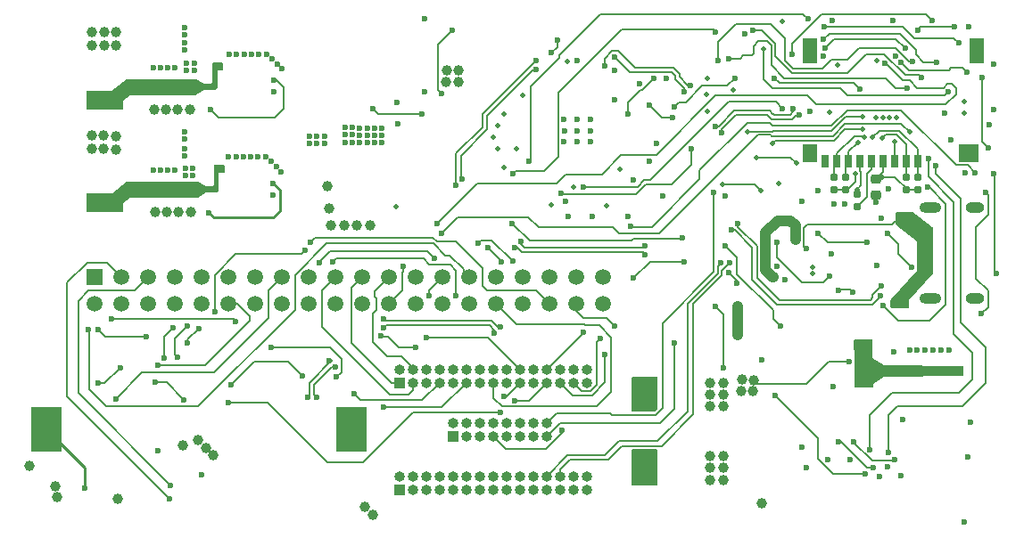
<source format=gbr>
%TF.GenerationSoftware,KiCad,Pcbnew,8.0.3*%
%TF.CreationDate,2024-07-04T12:22:57-04:00*%
%TF.ProjectId,vfd-tool,7666642d-746f-46f6-9c2e-6b696361645f,rev?*%
%TF.SameCoordinates,Original*%
%TF.FileFunction,Copper,L4,Bot*%
%TF.FilePolarity,Positive*%
%FSLAX46Y46*%
G04 Gerber Fmt 4.6, Leading zero omitted, Abs format (unit mm)*
G04 Created by KiCad (PCBNEW 8.0.3) date 2024-07-04 12:22:57*
%MOMM*%
%LPD*%
G01*
G04 APERTURE LIST*
G04 Aperture macros list*
%AMRoundRect*
0 Rectangle with rounded corners*
0 $1 Rounding radius*
0 $2 $3 $4 $5 $6 $7 $8 $9 X,Y pos of 4 corners*
0 Add a 4 corners polygon primitive as box body*
4,1,4,$2,$3,$4,$5,$6,$7,$8,$9,$2,$3,0*
0 Add four circle primitives for the rounded corners*
1,1,$1+$1,$2,$3*
1,1,$1+$1,$4,$5*
1,1,$1+$1,$6,$7*
1,1,$1+$1,$8,$9*
0 Add four rect primitives between the rounded corners*
20,1,$1+$1,$2,$3,$4,$5,0*
20,1,$1+$1,$4,$5,$6,$7,0*
20,1,$1+$1,$6,$7,$8,$9,0*
20,1,$1+$1,$8,$9,$2,$3,0*%
G04 Aperture macros list end*
%TA.AperFunction,ComponentPad*%
%ADD10R,1.000000X1.000000*%
%TD*%
%TA.AperFunction,ComponentPad*%
%ADD11O,1.000000X1.000000*%
%TD*%
%TA.AperFunction,ComponentPad*%
%ADD12O,2.100000X1.000000*%
%TD*%
%TA.AperFunction,ComponentPad*%
%ADD13O,1.800000X1.000000*%
%TD*%
%TA.AperFunction,SMDPad,CuDef*%
%ADD14RoundRect,0.225000X-0.250000X0.225000X-0.250000X-0.225000X0.250000X-0.225000X0.250000X0.225000X0*%
%TD*%
%TA.AperFunction,SMDPad,CuDef*%
%ADD15R,0.700000X1.300000*%
%TD*%
%TA.AperFunction,SMDPad,CuDef*%
%ADD16R,1.447800X1.651000*%
%TD*%
%TA.AperFunction,SMDPad,CuDef*%
%ADD17R,1.447800X2.438400*%
%TD*%
%TA.AperFunction,SMDPad,CuDef*%
%ADD18R,1.854200X1.651000*%
%TD*%
%TA.AperFunction,SMDPad,CuDef*%
%ADD19RoundRect,0.160000X0.160000X-0.197500X0.160000X0.197500X-0.160000X0.197500X-0.160000X-0.197500X0*%
%TD*%
%TA.AperFunction,ComponentPad*%
%ADD20R,1.508000X1.508000*%
%TD*%
%TA.AperFunction,ComponentPad*%
%ADD21C,1.508000*%
%TD*%
%TA.AperFunction,SMDPad,CuDef*%
%ADD22R,3.000000X4.200000*%
%TD*%
%TA.AperFunction,ViaPad*%
%ADD23C,0.600000*%
%TD*%
%TA.AperFunction,ViaPad*%
%ADD24C,1.000000*%
%TD*%
%TA.AperFunction,ViaPad*%
%ADD25C,0.500000*%
%TD*%
%TA.AperFunction,Conductor*%
%ADD26C,0.250000*%
%TD*%
%TA.AperFunction,Conductor*%
%ADD27C,0.175000*%
%TD*%
%TA.AperFunction,Conductor*%
%ADD28C,0.200000*%
%TD*%
%TA.AperFunction,Conductor*%
%ADD29C,1.000000*%
%TD*%
G04 APERTURE END LIST*
D10*
%TO.P,J7,1,Pin_1*%
%TO.N,MISO_INTER*%
X179273200Y-109220000D03*
D11*
%TO.P,J7,2,Pin_2*%
%TO.N,unconnected-(J7-Pin_2-Pad2)*%
X179273200Y-107950000D03*
%TO.P,J7,3,Pin_3*%
%TO.N,MOSI_INTER*%
X180543200Y-109220000D03*
%TO.P,J7,4,Pin_4*%
%TO.N,SCLK_INTER*%
X180543200Y-107950000D03*
%TO.P,J7,5,Pin_5*%
%TO.N,GND*%
X181813200Y-109220000D03*
%TO.P,J7,6,Pin_6*%
X181813200Y-107950000D03*
%TO.P,J7,7,Pin_7*%
%TO.N,RPI0_GPIO0*%
X183083200Y-109220000D03*
%TO.P,J7,8,Pin_8*%
%TO.N,RPI0_GPIO4*%
X183083200Y-107950000D03*
%TO.P,J7,9,Pin_9*%
%TO.N,RPI0_GPIO1*%
X184353200Y-109220000D03*
%TO.P,J7,10,Pin_10*%
%TO.N,RPI0_GPIO5*%
X184353200Y-107950000D03*
%TO.P,J7,11,Pin_11*%
%TO.N,RPI0_GPIO7*%
X185623200Y-109220000D03*
%TO.P,J7,12,Pin_12*%
%TO.N,RPI0_GPIO6*%
X185623200Y-107950000D03*
%TO.P,J7,13,Pin_13*%
%TO.N,GND*%
X186893200Y-109220000D03*
%TO.P,J7,14,Pin_14*%
X186893200Y-107950000D03*
%TO.P,J7,15,Pin_15*%
%TO.N,RPI0_GPIO12*%
X188163200Y-109220000D03*
%TO.P,J7,16,Pin_16*%
%TO.N,unconnected-(J7-Pin_16-Pad16)*%
X188163200Y-107950000D03*
%TO.P,J7,17,Pin_17*%
%TO.N,RPI0_GPIO13*%
X189433200Y-109220000D03*
%TO.P,J7,18,Pin_18*%
%TO.N,RPI0_GPIO15*%
X189433200Y-107950000D03*
%TO.P,J7,19,Pin_19*%
%TO.N,RPI0_GPIO14*%
X190703200Y-109220000D03*
%TO.P,J7,20,Pin_20*%
%TO.N,RPI0_GPIO17*%
X190703200Y-107950000D03*
%TO.P,J7,21,Pin_21*%
%TO.N,GND*%
X191973200Y-109220000D03*
%TO.P,J7,22,Pin_22*%
X191973200Y-107950000D03*
%TO.P,J7,23,Pin_23*%
%TO.N,RPI0_GPIO18*%
X193243200Y-109220000D03*
%TO.P,J7,24,Pin_24*%
%TO.N,RPI0_GPIO21*%
X193243200Y-107950000D03*
%TO.P,J7,25,Pin_25*%
%TO.N,RPI0_GPIO19*%
X194513200Y-109220000D03*
%TO.P,J7,26,Pin_26*%
%TO.N,GND*%
X194513200Y-107950000D03*
%TO.P,J7,27,Pin_27*%
%TO.N,RPI0_GPIO20*%
X195783200Y-109220000D03*
%TO.P,J7,28,Pin_28*%
%TO.N,GND*%
X195783200Y-107950000D03*
%TO.P,J7,29,Pin_29*%
X197053200Y-109220000D03*
%TO.P,J7,30,Pin_30*%
X197053200Y-107950000D03*
%TD*%
D10*
%TO.P,J8,1,Pin_1*%
%TO.N,GND*%
X184353200Y-114300000D03*
D11*
%TO.P,J8,2,Pin_2*%
X184353200Y-113030000D03*
%TO.P,J8,3,Pin_3*%
X185623200Y-114300000D03*
%TO.P,J8,4,Pin_4*%
X185623200Y-113030000D03*
%TO.P,J8,5,Pin_5*%
X186893200Y-114300000D03*
%TO.P,J8,6,Pin_6*%
X186893200Y-113030000D03*
%TO.P,J8,7,Pin_7*%
%TO.N,RP2040_GPIO11*%
X188163200Y-114300000D03*
%TO.P,J8,8,Pin_8*%
%TO.N,GND*%
X188163200Y-113030000D03*
%TO.P,J8,9,Pin_9*%
%TO.N,RP2040_GPIO10*%
X189433200Y-114300000D03*
%TO.P,J8,10,Pin_10*%
%TO.N,unconnected-(J8-Pin_10-Pad10)*%
X189433200Y-113030000D03*
%TO.P,J8,11,Pin_11*%
%TO.N,RP2040_GPIO12*%
X190703200Y-114300000D03*
%TO.P,J8,12,Pin_12*%
%TO.N,unconnected-(J8-Pin_12-Pad12)*%
X190703200Y-113030000D03*
%TO.P,J8,13,Pin_13*%
%TO.N,GND*%
X191973200Y-114300000D03*
%TO.P,J8,14,Pin_14*%
%TO.N,unconnected-(J8-Pin_14-Pad14)*%
X191973200Y-113030000D03*
%TO.P,J8,15,Pin_15*%
%TO.N,ONEWIRE_DETECT*%
X193243200Y-114300000D03*
%TO.P,J8,16,Pin_16*%
%TO.N,RP2040_GPIO29*%
X193243200Y-113030000D03*
%TD*%
D10*
%TO.P,J6,1,Pin_1*%
%TO.N,Net-(D7-A)*%
X179273200Y-119380000D03*
D11*
%TO.P,J6,2,Pin_2*%
X179273200Y-118110000D03*
%TO.P,J6,3,Pin_3*%
X180543200Y-119380000D03*
%TO.P,J6,4,Pin_4*%
X180543200Y-118110000D03*
%TO.P,J6,5,Pin_5*%
%TO.N,GND*%
X181813200Y-119380000D03*
%TO.P,J6,6,Pin_6*%
X181813200Y-118110000D03*
%TO.P,J6,7,Pin_7*%
%TO.N,3V3*%
X183083200Y-119380000D03*
%TO.P,J6,8,Pin_8*%
%TO.N,VBUS*%
X183083200Y-118110000D03*
%TO.P,J6,9,Pin_9*%
%TO.N,3V3*%
X184353200Y-119380000D03*
%TO.P,J6,10,Pin_10*%
%TO.N,VBUS*%
X184353200Y-118110000D03*
%TO.P,J6,11,Pin_11*%
%TO.N,5V*%
X185623200Y-119380000D03*
%TO.P,J6,12,Pin_12*%
%TO.N,VBUS*%
X185623200Y-118110000D03*
%TO.P,J6,13,Pin_13*%
%TO.N,5V*%
X186893200Y-119380000D03*
%TO.P,J6,14,Pin_14*%
%TO.N,GND*%
X186893200Y-118110000D03*
%TO.P,J6,15,Pin_15*%
X188163200Y-119380000D03*
%TO.P,J6,16,Pin_16*%
%TO.N,EXTRA_USB4_D+*%
X188163200Y-118110000D03*
%TO.P,J6,17,Pin_17*%
%TO.N,VBUS*%
X189433200Y-119380000D03*
%TO.P,J6,18,Pin_18*%
%TO.N,EXTRA_USB4_D-*%
X189433200Y-118110000D03*
%TO.P,J6,19,Pin_19*%
%TO.N,VBUS*%
X190703200Y-119380000D03*
%TO.P,J6,20,Pin_20*%
%TO.N,GND*%
X190703200Y-118110000D03*
%TO.P,J6,21,Pin_21*%
%TO.N,VBUS*%
X191973200Y-119380000D03*
%TO.P,J6,22,Pin_22*%
%TO.N,GND*%
X191973200Y-118110000D03*
%TO.P,J6,23,Pin_23*%
%TO.N,VCONN*%
X193243200Y-119380000D03*
%TO.P,J6,24,Pin_24*%
%TO.N,EXTRA_USB3_D+*%
X193243200Y-118110000D03*
%TO.P,J6,25,Pin_25*%
%TO.N,VCONN*%
X194513200Y-119380000D03*
%TO.P,J6,26,Pin_26*%
%TO.N,EXTRA_USB3_D-*%
X194513200Y-118110000D03*
%TO.P,J6,27,Pin_27*%
%TO.N,VCONN*%
X195783200Y-119380000D03*
%TO.P,J6,28,Pin_28*%
%TO.N,GND*%
X195783200Y-118110000D03*
%TO.P,J6,29,Pin_29*%
%TO.N,VCONN*%
X197053200Y-119380000D03*
%TO.P,J6,30,Pin_30*%
%TO.N,GND*%
X197053200Y-118110000D03*
%TD*%
D12*
%TO.P,J2,S1,SHIELD*%
%TO.N,GND*%
X229690400Y-101184500D03*
D13*
X233890400Y-101184500D03*
D12*
X229690400Y-92544500D03*
D13*
X233890400Y-92544500D03*
%TD*%
D14*
%TO.P,C30,1*%
%TO.N,3V3*%
X224485200Y-89852200D03*
%TO.P,C30,2*%
%TO.N,GND*%
X224485200Y-91402200D03*
%TD*%
D15*
%TO.P,J3,1,DAT2*%
%TO.N,uSD_DAT2*%
X228467600Y-88174400D03*
%TO.P,J3,2,DAT3/CD*%
%TO.N,uSD_DAT3*%
X227367600Y-88174400D03*
%TO.P,J3,3,CMD*%
%TO.N,uSD_CMD*%
X226267600Y-88174400D03*
%TO.P,J3,4,VDD*%
%TO.N,3V3*%
X225167600Y-88174400D03*
%TO.P,J3,5,CLK*%
%TO.N,uSD_CLK*%
X224067600Y-88174400D03*
%TO.P,J3,6,VSS*%
%TO.N,GND*%
X222967600Y-88174400D03*
%TO.P,J3,7,DAT0*%
%TO.N,uSD_DAT0*%
X221867600Y-88174400D03*
%TO.P,J3,8,DAT1*%
%TO.N,uSD_DAT1*%
X220767600Y-88174400D03*
%TO.P,J3,CD1*%
%TO.N,N/C*%
X219667600Y-88174400D03*
D16*
%TO.P,J3,MP1*%
X218249200Y-87400600D03*
D17*
%TO.P,J3,MP2*%
X218249200Y-77700600D03*
%TO.P,J3,MP3*%
X234074000Y-77700600D03*
D18*
%TO.P,J3,MP4*%
X233299000Y-87400600D03*
%TD*%
D19*
%TO.P,R28,1*%
%TO.N,3V3*%
X227355400Y-90881200D03*
%TO.P,R28,2*%
%TO.N,uSD_DAT3*%
X227355400Y-89686200D03*
%TD*%
D20*
%TO.P,J5,1,3V3*%
%TO.N,Net-(J5-3V3-Pad1)*%
X150368000Y-99151400D03*
D21*
%TO.P,J5,2,5V*%
%TO.N,Net-(D6-K)*%
X150368000Y-101691400D03*
%TO.P,J5,3,SDA/GPIO2*%
%TO.N,RTC_SDA*%
X152908000Y-99151400D03*
%TO.P,J5,4,5V*%
%TO.N,Net-(D6-K)*%
X152908000Y-101691400D03*
%TO.P,J5,5,SCL/GPIO3*%
%TO.N,RTC_SCL*%
X155448000Y-99151400D03*
%TO.P,J5,6,GND*%
%TO.N,GND*%
X155448000Y-101691400D03*
%TO.P,J5,7,GCLK0/GPIO4*%
%TO.N,LAT*%
X157988000Y-99151400D03*
%TO.P,J5,8,GPIO14/TXD*%
%TO.N,RPI0_GPIO14*%
X157988000Y-101691400D03*
%TO.P,J5,9,GND*%
%TO.N,GND*%
X160528000Y-99151400D03*
%TO.P,J5,10,GPIO15/RXD*%
%TO.N,RPI0_GPIO15*%
X160528000Y-101691400D03*
%TO.P,J5,11,GPIO17*%
%TO.N,RPI0_GPIO17*%
X163068000Y-99151400D03*
%TO.P,J5,12,GPIO18/PWM0*%
%TO.N,RPI0_GPIO18*%
X163068000Y-101691400D03*
%TO.P,J5,13,GPIO27*%
%TO.N,CLK*%
X165608000Y-99151400D03*
%TO.P,J5,14,GND*%
%TO.N,GND*%
X165608000Y-101691400D03*
%TO.P,J5,15,GPIO22*%
%TO.N,GSIN*%
X168148000Y-99151400D03*
%TO.P,J5,16,GPIO23*%
%TO.N,GSOUT*%
X168148000Y-101691400D03*
%TO.P,J5,17,3V3*%
%TO.N,Net-(J5-3V3-Pad1)*%
X170688000Y-99151400D03*
%TO.P,J5,18,GPIO24*%
%TO.N,GCLK*%
X170688000Y-101691400D03*
%TO.P,J5,19,MOSI0/GPIO10*%
%TO.N,MOSI_INTER*%
X173228000Y-99151400D03*
%TO.P,J5,20,GND*%
%TO.N,GND*%
X173228000Y-101691400D03*
%TO.P,J5,21,MISO0/GPIO9*%
%TO.N,MISO_INTER*%
X175768000Y-99151400D03*
%TO.P,J5,22,GPIO25*%
%TO.N,GLAT*%
X175768000Y-101691400D03*
%TO.P,J5,23,SCLK0/GPIO11*%
%TO.N,SCLK_INTER*%
X178308000Y-99151400D03*
%TO.P,J5,24,~{CE0}/GPIO8*%
%TO.N,RP2040_CE*%
X178308000Y-101691400D03*
%TO.P,J5,25,GND*%
%TO.N,GND*%
X180848000Y-99151400D03*
%TO.P,J5,26,~{CE1}/GPIO7*%
%TO.N,RPI0_GPIO7*%
X180848000Y-101691400D03*
%TO.P,J5,27,ID_SD/GPIO0*%
%TO.N,RPI0_GPIO0*%
X183388000Y-99151400D03*
%TO.P,J5,28,ID_SC/GPIO1*%
%TO.N,RPI0_GPIO1*%
X183388000Y-101691400D03*
%TO.P,J5,29,GCLK1/GPIO5*%
%TO.N,SOUT*%
X185928000Y-99151400D03*
%TO.P,J5,30,GND*%
%TO.N,GND*%
X185928000Y-101691400D03*
%TO.P,J5,31,GCLK2/GPIO6*%
%TO.N,SIN*%
X188468000Y-99151400D03*
%TO.P,J5,32,PWM0/GPIO12*%
%TO.N,RPI0_GPIO12*%
X188468000Y-101691400D03*
%TO.P,J5,33,PWM1/GPIO13*%
%TO.N,RPI0_GPIO13*%
X191008000Y-99151400D03*
%TO.P,J5,34,GND*%
%TO.N,GND*%
X191008000Y-101691400D03*
%TO.P,J5,35,GPIO19/MISO1*%
%TO.N,RPI0_GPIO19*%
X193548000Y-99151400D03*
%TO.P,J5,36,GPIO16*%
%TO.N,BLK*%
X193548000Y-101691400D03*
%TO.P,J5,37,GPIO26*%
%TO.N,GSBLK*%
X196088000Y-99151400D03*
%TO.P,J5,38,GPIO20/MOSI1*%
%TO.N,RPI0_GPIO20*%
X196088000Y-101691400D03*
%TO.P,J5,39,GND*%
%TO.N,GND*%
X198628000Y-99151400D03*
%TO.P,J5,40,GPIO21/SCLK1*%
%TO.N,RPI0_GPIO21*%
X198628000Y-101691400D03*
%TD*%
D19*
%TO.P,R30,1*%
%TO.N,uSD_CLK*%
X222707200Y-92443900D03*
%TO.P,R30,2*%
%TO.N,GND*%
X222707200Y-91248900D03*
%TD*%
%TO.P,R26,1*%
%TO.N,3V3*%
X228447600Y-90881200D03*
%TO.P,R26,2*%
%TO.N,uSD_DAT2*%
X228447600Y-89686200D03*
%TD*%
%TO.P,R33,1*%
%TO.N,3V3*%
X220548200Y-90881200D03*
%TO.P,R33,2*%
%TO.N,uSD_DAT1*%
X220548200Y-89686200D03*
%TD*%
%TO.P,R31,1*%
%TO.N,3V3*%
X221615000Y-90882400D03*
%TO.P,R31,2*%
%TO.N,uSD_DAT0*%
X221615000Y-89687400D03*
%TD*%
D22*
%TO.P,BT1,N,-*%
%TO.N,GND*%
X174745200Y-113639600D03*
%TO.P,BT1,P,+*%
%TO.N,Net-(BT1-+)*%
X145745200Y-113639600D03*
%TD*%
D23*
%TO.N,Net-(BT1-+)*%
X149374000Y-119253000D03*
%TO.N,GND*%
X174774000Y-114198400D03*
X203658700Y-86457300D03*
X163054600Y-87731400D03*
X166554600Y-87731400D03*
X176885600Y-85674200D03*
X179146200Y-84632800D03*
D24*
X144170400Y-117144800D03*
D23*
X167104600Y-88181400D03*
X219473100Y-78129149D03*
X197396700Y-84188900D03*
X228431600Y-106095800D03*
X172135800Y-86461600D03*
X159081600Y-79509200D03*
X233451400Y-112953800D03*
X174088200Y-113436400D03*
D25*
X188214000Y-85877400D03*
D23*
X174802800Y-84963000D03*
X217914400Y-117308082D03*
X232968800Y-89255600D03*
X217463900Y-115349082D03*
X168144100Y-79364755D03*
D25*
X188620400Y-84785200D03*
D23*
X218228100Y-83388200D03*
X165231600Y-77959200D03*
D25*
X222707200Y-90855800D03*
D23*
X156581600Y-79259200D03*
X167681600Y-78909200D03*
X226847400Y-118059200D03*
D25*
X208534000Y-83439000D03*
D24*
X146583400Y-119049800D03*
D23*
X159666000Y-88820000D03*
X225000000Y-93595700D03*
X235686600Y-83210400D03*
X170738800Y-86461600D03*
D25*
X215265000Y-90271600D03*
D23*
X159781600Y-79509200D03*
X174091600Y-85648800D03*
X157278400Y-89023200D03*
X165854600Y-87731400D03*
X202984700Y-88151300D03*
X159781600Y-78809200D03*
D24*
X213690200Y-120650000D03*
D23*
X231479600Y-106095800D03*
X221574400Y-92196500D03*
D24*
X172440600Y-90525600D03*
D23*
X212035200Y-76018200D03*
X224622400Y-98038500D03*
X172135800Y-85750400D03*
X231622600Y-86106000D03*
D25*
X188595000Y-86944200D03*
D23*
X233248200Y-116306600D03*
X159081600Y-78809200D03*
X174774000Y-113436400D03*
X174091600Y-84963000D03*
X158853200Y-86991200D03*
X176199800Y-86385400D03*
X176885600Y-86385400D03*
X170738800Y-85750400D03*
X202984700Y-82817300D03*
D25*
X224565001Y-78575000D03*
D23*
X196126700Y-86322500D03*
X195313900Y-93383700D03*
X201003500Y-93384900D03*
X202095700Y-80785300D03*
X167181600Y-78409200D03*
X213664400Y-107058082D03*
X157938800Y-89023200D03*
X155881600Y-79259200D03*
X181660800Y-81559400D03*
X229955600Y-106095800D03*
X158881600Y-75459200D03*
D25*
X232918000Y-83566000D03*
D23*
X235661200Y-78968600D03*
D24*
X146735800Y-120065800D03*
D23*
X199682700Y-79515300D03*
X205155800Y-83997800D03*
X163131600Y-77959200D03*
D24*
X152527000Y-120243600D03*
D23*
X174091600Y-86360000D03*
X166631600Y-77959200D03*
D25*
X224536000Y-83997800D03*
D23*
X226164400Y-106308082D03*
X176199800Y-84988400D03*
D25*
X232892600Y-82499200D03*
D23*
X196126700Y-85306500D03*
D25*
X226415600Y-83997800D03*
D23*
X155957600Y-89023200D03*
X219034400Y-90926500D03*
X220414400Y-109558082D03*
X194958300Y-85306500D03*
X229168200Y-106095800D03*
X158881600Y-76159200D03*
X233299000Y-75412600D03*
X165931600Y-77959200D03*
X174802800Y-86360000D03*
X158853200Y-85365600D03*
X171424600Y-85750400D03*
X167331600Y-81559200D03*
X159666000Y-89531200D03*
D25*
X225171000Y-83997800D03*
D23*
X175488600Y-86385400D03*
X171424600Y-86461600D03*
X196126700Y-84188900D03*
X163831600Y-77959200D03*
X164531600Y-77959200D03*
X159005600Y-89531200D03*
X196138800Y-78588600D03*
X215859400Y-99435500D03*
X165154600Y-87731400D03*
X197447500Y-85306500D03*
D25*
X208500000Y-80250000D03*
D23*
X176199800Y-85674200D03*
X225679000Y-90754200D03*
X175459800Y-113436400D03*
X227695000Y-106095800D03*
X156618000Y-89023200D03*
X175459800Y-114198400D03*
X235254800Y-84658200D03*
X175488600Y-85674200D03*
X164454600Y-87731400D03*
X181635400Y-74599800D03*
D25*
X208409100Y-81777700D03*
D23*
X167286000Y-91360000D03*
X220558400Y-92196500D03*
X158881600Y-76859200D03*
X177596800Y-85674200D03*
X220283400Y-97001500D03*
X168067100Y-89136955D03*
X167604600Y-88681400D03*
X197396700Y-86322500D03*
D25*
X178917600Y-92500000D03*
D23*
X224866200Y-118110000D03*
X159005600Y-88820000D03*
X163754600Y-87731400D03*
X174088200Y-114198400D03*
X201460700Y-89929300D03*
X157981600Y-79259200D03*
X158881600Y-77559200D03*
X176885600Y-84988400D03*
D25*
X225780600Y-83997800D03*
D23*
X197599900Y-93434500D03*
X226100000Y-74790100D03*
X194907500Y-84188900D03*
X177596800Y-84988400D03*
X217510400Y-91942500D03*
X224510600Y-92049600D03*
X158853200Y-86026000D03*
X174802800Y-85648800D03*
X178993800Y-82600800D03*
X222051900Y-116558082D03*
X157281600Y-79259200D03*
X215097400Y-98165500D03*
X175488600Y-84988400D03*
X177596800Y-86385400D03*
X194907500Y-86322500D03*
X158853200Y-87651600D03*
D24*
X158699200Y-115138200D03*
X172593000Y-92633800D03*
D23*
X204598200Y-80277300D03*
X230717600Y-106095800D03*
X204254700Y-91479900D03*
%TO.N,3V3*%
X156337000Y-115646200D03*
X210163487Y-91440141D03*
D24*
X152349200Y-75920600D03*
D25*
X193659587Y-92266554D03*
X215595200Y-74828400D03*
D24*
X151231600Y-75920600D03*
D23*
X195028730Y-91934612D03*
D25*
X195757800Y-90644048D03*
X189212600Y-83680900D03*
X222529400Y-89382600D03*
X218465400Y-98856800D03*
D23*
X227076000Y-112674400D03*
X219914400Y-116558082D03*
D25*
X220878400Y-79044800D03*
D24*
X152349200Y-77190600D03*
D25*
X210947000Y-81356200D03*
X190373000Y-86944200D03*
D23*
X160451800Y-117983000D03*
D24*
X150114000Y-75895200D03*
D23*
X220319600Y-74768000D03*
D25*
X198922319Y-92412261D03*
D23*
X224967800Y-89687400D03*
X199682700Y-82309300D03*
D25*
X220091000Y-83515200D03*
D23*
X226319813Y-78188748D03*
D25*
X195185370Y-78650170D03*
X189179200Y-88747600D03*
D23*
X225602800Y-117224300D03*
D25*
X218465400Y-98272600D03*
D24*
X151231600Y-77190600D03*
D23*
X230994509Y-83593842D03*
D25*
X190931800Y-81915000D03*
D24*
X150114000Y-77165200D03*
D25*
X200177400Y-88900000D03*
D24*
%TO.N,VSYS*%
X156006800Y-83261200D03*
X183718200Y-80594200D03*
X184835800Y-80619600D03*
X211759800Y-108940600D03*
X157200600Y-92989400D03*
D23*
X167331600Y-80459200D03*
D24*
X212852000Y-110032800D03*
X159385000Y-83235800D03*
X156083000Y-92989400D03*
D23*
X161190000Y-93036400D03*
D24*
X211734400Y-110007400D03*
X157124400Y-83261200D03*
X159461200Y-92964000D03*
D23*
X167286000Y-90242400D03*
D24*
X212877400Y-108966000D03*
X158242000Y-83261200D03*
X183743600Y-79527400D03*
D23*
X161331600Y-83209200D03*
D24*
X158318200Y-92989400D03*
D23*
X221991400Y-107203082D03*
D24*
X184861200Y-79552800D03*
%TO.N,5V*%
X160174793Y-114675207D03*
D23*
X235178600Y-86893400D03*
D24*
X175945800Y-121031000D03*
X151206200Y-86995000D03*
X152323800Y-87020400D03*
X152323800Y-85750400D03*
D23*
X234543600Y-80187800D03*
D24*
X161574793Y-116075207D03*
X176733200Y-121742200D03*
X150088600Y-85725000D03*
D23*
X232841800Y-122453400D03*
D24*
X151206200Y-85725000D03*
X150088600Y-86995000D03*
X160887293Y-115387707D03*
D23*
%TO.N,B+*%
X231038400Y-108077000D03*
X222914400Y-109308082D03*
X222914400Y-105558082D03*
X222914400Y-107808082D03*
X222914400Y-108558082D03*
X228295200Y-108102400D03*
X222914400Y-107058082D03*
X227609400Y-108102400D03*
X228981000Y-108077000D03*
X223664400Y-106308082D03*
X223664400Y-105558082D03*
X230352600Y-108077000D03*
X222914400Y-106308082D03*
X229666800Y-108077000D03*
D24*
%TO.N,VCONN*%
X216839800Y-94564200D03*
X211378800Y-101955600D03*
X211378800Y-103657400D03*
X216839800Y-95631000D03*
X214742005Y-99170233D03*
X211378800Y-104698800D03*
D23*
%TO.N,CC1*%
X227924400Y-98214500D03*
X225638400Y-94990500D03*
%TO.N,CC2*%
X223672400Y-95885000D03*
X219034400Y-94990500D03*
D24*
%TO.N,EXT_PWR*%
X201904600Y-116179600D03*
X203149200Y-111480600D03*
X203149200Y-117297200D03*
X201904600Y-109245400D03*
X176530000Y-94259400D03*
X203174600Y-116179600D03*
X201879200Y-111480600D03*
X175260000Y-94259400D03*
X174015400Y-94259400D03*
X201879200Y-117297200D03*
X203149200Y-118414800D03*
X201879200Y-110363000D03*
X203149200Y-110363000D03*
X172745400Y-94259400D03*
X201879200Y-118414800D03*
X203174600Y-109245400D03*
D23*
%TO.N,Net-(U10-COMP)*%
X181432200Y-83642200D03*
X176722000Y-83148400D03*
%TO.N,RGB_DIN*%
X233095800Y-79679800D03*
X226885500Y-78754435D03*
%TO.N,LED*%
X231927400Y-75412600D03*
X228447600Y-75717400D03*
D25*
%TO.N,VBUS*%
X227543400Y-94482500D03*
X227416400Y-101848500D03*
D23*
X210567765Y-98731565D03*
D24*
X209981800Y-117322600D03*
D23*
X210032600Y-107823000D03*
D25*
X226781400Y-93466500D03*
D24*
X208737200Y-116205000D03*
X210007200Y-116205000D03*
D23*
X201507600Y-99288600D03*
D25*
X227196711Y-93962467D03*
D24*
X208711800Y-117322600D03*
D25*
X228178400Y-94482500D03*
X226908400Y-101848500D03*
D24*
X209981800Y-118440200D03*
D23*
X217900400Y-96494500D03*
D25*
X226908400Y-101340500D03*
D23*
X206298800Y-97713800D03*
D25*
X226400400Y-101848500D03*
D24*
X208711800Y-118440200D03*
D23*
X209245200Y-101930200D03*
X211328000Y-99796600D03*
%TO.N,Net-(D14-A)*%
X184277000Y-75742800D03*
X183261000Y-81737200D03*
D25*
%TO.N,uSD_CMD*%
X226263200Y-86258400D03*
%TO.N,uSD_CLK*%
X224067600Y-88174400D03*
%TO.N,uSD_DAT3*%
X225100000Y-85950000D03*
%TO.N,uSD_DAT1*%
X223400000Y-85875000D03*
%TO.N,uSD_DAT2*%
X224190651Y-85910566D03*
%TO.N,uSD_DAT0*%
X222770700Y-86347300D03*
D23*
%TO.N,SWD_RP2040*%
X229844600Y-74777600D03*
X216560400Y-78028800D03*
%TO.N,SWCLK_RP2040*%
X231343200Y-81584800D03*
D25*
X213835633Y-77527977D03*
D23*
%TO.N,EXTRA_USB3_D+*%
X202565000Y-97021200D03*
X190174079Y-96351047D03*
X194259200Y-76606400D03*
X209785400Y-97815400D03*
X193716178Y-77866622D03*
%TO.N,EXTRA_USB4_D-*%
X188269079Y-104491321D03*
X186740800Y-95935800D03*
X190020929Y-97637600D03*
X173188675Y-107701367D03*
X177795404Y-103976204D03*
X184636879Y-90470521D03*
X192201739Y-78597543D03*
X171392400Y-110566200D03*
%TO.N,EXTRA_USB4_D+*%
X187680600Y-96389700D03*
X177795404Y-103126204D03*
X172587633Y-107100325D03*
X192201739Y-79447543D03*
X188870121Y-103890279D03*
X170542400Y-110566200D03*
X188950600Y-97739200D03*
X185237921Y-89869479D03*
%TO.N,SCLK_INTER*%
X182880000Y-94056200D03*
X225339168Y-78876632D03*
%TO.N,RPI0_GPIO20*%
X199669400Y-103809800D03*
X198297800Y-104978200D03*
%TO.N,RP2040_CE*%
X179587026Y-98180026D03*
X183252226Y-95038026D03*
D25*
X227685600Y-85369400D03*
D23*
%TO.N,RTC_SDA*%
X157462400Y-120269000D03*
%TO.N,MOSI_INTER*%
X210566000Y-78409800D03*
X227493909Y-81198458D03*
%TO.N,RPI0_GPIO17*%
X184632600Y-100965000D03*
X172974000Y-97713800D03*
X181838600Y-104902000D03*
%TO.N,GSIN*%
X152349200Y-110759800D03*
%TO.N,RPI0_GPIO18*%
X163017200Y-111125000D03*
X190246000Y-110893100D03*
X158826200Y-110820200D03*
X188824485Y-112040830D03*
X156311600Y-107569000D03*
X156083000Y-109169200D03*
%TO.N,RPI0_GPIO0*%
X175006000Y-110286800D03*
X182067200Y-100939600D03*
%TO.N,MISO_INTER*%
X227968674Y-78634726D03*
X209499200Y-78587600D03*
%TO.N,RPI0_GPIO19*%
X198729600Y-106527600D03*
%TO.N,SOUT*%
X149758400Y-104165400D03*
%TO.N,RPI0_GPIO7*%
X177749200Y-111556800D03*
%TO.N,GSOUT*%
X155244800Y-104800400D03*
X150698200Y-104140000D03*
%TO.N,RPI0_GPIO14*%
X170053000Y-108585000D03*
X157784800Y-103987600D03*
X156972000Y-106857800D03*
X189230000Y-110490000D03*
X163322000Y-109372400D03*
%TO.N,BLK*%
X170840400Y-95834200D03*
X163728400Y-103403400D03*
X151942800Y-103174800D03*
%TO.N,GSBLK*%
X171627800Y-97815400D03*
X159105600Y-105410000D03*
X150698200Y-109245400D03*
X152755600Y-107772200D03*
X161772600Y-102438200D03*
X170307000Y-96647000D03*
X182600600Y-97409000D03*
X160197800Y-104038400D03*
%TO.N,RTC_SCL*%
X157513200Y-118948200D03*
%TO.N,RPI0_GPIO15*%
X158165800Y-106807000D03*
X159131000Y-103784400D03*
X167132000Y-105892600D03*
X180797200Y-105816400D03*
X177519523Y-104727132D03*
X173304200Y-108661200D03*
%TO.N,RPI0_GPIO21*%
X196697600Y-104444800D03*
%TO.N,UP_D-*%
X224881506Y-100981613D03*
X210798879Y-94712321D03*
%TO.N,UP_D+*%
X211399921Y-94111279D03*
X224997400Y-99999800D03*
%TO.N,RP2040_GPIO11*%
X194716400Y-113741200D03*
X219583000Y-75377600D03*
X191541400Y-88188800D03*
X232333800Y-76885800D03*
X218046615Y-74640318D03*
%TO.N,ONEWIRE_DETECT*%
X205333600Y-105435400D03*
%TO.N,RP2040_GPIO12*%
X201244200Y-94361000D03*
X233934000Y-89255600D03*
%TO.N,RP2040_GPIO10*%
X235661200Y-89382600D03*
X235915200Y-98856800D03*
%TO.N,RP2040_GPIO29*%
X211079526Y-80312977D03*
X209087727Y-91140273D03*
X205383151Y-82982886D03*
X222945575Y-81284318D03*
X214858600Y-80264000D03*
%TO.N,RP2040_D+*%
X199699079Y-78278521D03*
X217236121Y-83764819D03*
X209875921Y-85415921D03*
X206296006Y-81522648D03*
%TO.N,RP2040_D-*%
X198740765Y-79106765D03*
X216635079Y-83163777D03*
X206897048Y-80921606D03*
X209274879Y-84814879D03*
D25*
%TO.N,QSPI_SS*%
X209956400Y-90398600D03*
X213541475Y-90935675D03*
D23*
%TO.N,CHRG_CTRL_1*%
X226237800Y-116560600D03*
X222414400Y-114808082D03*
%TO.N,CHRG_CTRL_2*%
X220914400Y-114808082D03*
X224256600Y-117271800D03*
%TO.N,BATT_SDA*%
X229514400Y-87884000D03*
X223914400Y-115558082D03*
%TO.N,BATT_SCL*%
X230200200Y-88544400D03*
X225664400Y-115808082D03*
%TO.N,HUB_SDA*%
X206984600Y-86995000D03*
X194577664Y-91181548D03*
X219506800Y-76591550D03*
X230250000Y-78750000D03*
%TO.N,HUB_SCL*%
X196714199Y-90585650D03*
X215639817Y-83120200D03*
X219710505Y-77365183D03*
X227250621Y-77422500D03*
%TO.N,PD_SDA*%
X234899200Y-91135200D03*
X234518200Y-102641400D03*
%TO.N,PD_SCL*%
X229387400Y-90652600D03*
X220954600Y-100431600D03*
X222326200Y-100609400D03*
X225171000Y-101876100D03*
%TO.N,PD_INT*%
X215083900Y-95859600D03*
X220091000Y-99060000D03*
%TO.N,BATT_INT*%
X190068200Y-89306400D03*
X215425000Y-103800000D03*
X206121000Y-95453200D03*
X189992000Y-94059500D03*
X214960200Y-110413800D03*
X210208626Y-96200237D03*
X209296000Y-75869800D03*
X228799900Y-80184500D03*
X212772530Y-75707799D03*
X223443800Y-117908082D03*
D25*
%TO.N,QSPI__SD1*%
X213156800Y-87807800D03*
X216966800Y-88366600D03*
%TO.N,QSPI_SD3*%
X223248001Y-83962954D03*
X212300000Y-85325000D03*
%TO.N,QSPI_SCLK*%
X214650000Y-86450000D03*
X223247999Y-85131104D03*
D23*
%TO.N,Net-(U7-SW)*%
X158981600Y-80759200D03*
X150681600Y-82609200D03*
X152381600Y-82609200D03*
X159631600Y-80759200D03*
X159631600Y-81409200D03*
X151531600Y-82609200D03*
X162181600Y-79059200D03*
X150673600Y-81908200D03*
X158981600Y-81409200D03*
X151531600Y-81859200D03*
X152324600Y-81908200D03*
%TO.N,Net-(U8-SW)*%
X159691400Y-90471000D03*
X150166400Y-92376000D03*
X152325400Y-92376000D03*
X150166400Y-91614000D03*
X151309400Y-92376000D03*
X152325400Y-91614000D03*
X158929400Y-90471000D03*
X159691400Y-91233000D03*
X162358400Y-88870800D03*
X158929400Y-91233000D03*
X151309400Y-91614000D03*
D24*
%TO.N,Net-(D7-A)*%
X209981800Y-110337600D03*
X209981800Y-111455200D03*
X208737200Y-109220000D03*
X210007200Y-109220000D03*
X208711800Y-110337600D03*
X208711800Y-111455200D03*
D23*
%TO.N,Net-(U2-RBIAS)*%
X200984450Y-83674550D03*
X203403200Y-80277300D03*
%TO.N,EXTRA_USB3_D-*%
X190775121Y-95750005D03*
X202565000Y-96171200D03*
X210635400Y-97815400D03*
%TD*%
D26*
%TO.N,Net-(BT1-+)*%
X149374000Y-117268400D02*
X149374000Y-119253000D01*
X145745200Y-113639600D02*
X149374000Y-117268400D01*
D27*
%TO.N,GND*%
X224485200Y-91402200D02*
X224485200Y-92024200D01*
X222967600Y-88174400D02*
X222967600Y-89060660D01*
X222967600Y-89060660D02*
X223088200Y-89181260D01*
X223088200Y-89181260D02*
X223088200Y-90474800D01*
X224485200Y-92024200D02*
X224510600Y-92049600D01*
X205155800Y-83997800D02*
X204165200Y-83997800D01*
X204165200Y-83997800D02*
X202984700Y-82817300D01*
X223088200Y-90474800D02*
X222707200Y-90855800D01*
D28*
%TO.N,3V3*%
X225167600Y-89169800D02*
X225167600Y-88174400D01*
X222529400Y-89382600D02*
X222529400Y-90119200D01*
X221767400Y-90881200D02*
X220548200Y-90881200D01*
X224485200Y-89852200D02*
X225167600Y-89169800D01*
X224675400Y-89662000D02*
X226318728Y-89662000D01*
X221615000Y-90882400D02*
X220549400Y-90882400D01*
X227355400Y-90881200D02*
X228447600Y-90881200D01*
X220549400Y-90882400D02*
X220548200Y-90881200D01*
X227537928Y-90881200D02*
X226318728Y-89662000D01*
X224675400Y-89662000D02*
X224485200Y-89852200D01*
X228447600Y-90881200D02*
X227537928Y-90881200D01*
X222529400Y-90119200D02*
X221767400Y-90881200D01*
D27*
%TO.N,VSYS*%
X213273482Y-109362082D02*
X212826600Y-108915200D01*
D26*
X167911000Y-90867400D02*
X167911000Y-92868600D01*
X167286000Y-93493600D02*
X161647200Y-93493600D01*
D27*
X167588800Y-80459200D02*
X167331600Y-80459200D01*
X161331600Y-83209200D02*
X162131600Y-84009200D01*
D26*
X161647200Y-93493600D02*
X161190000Y-93036400D01*
D27*
X167444800Y-84009200D02*
X168250400Y-83203600D01*
D26*
X167911000Y-92868600D02*
X167286000Y-93493600D01*
D27*
X168250400Y-83203600D02*
X168250400Y-81120800D01*
X220019400Y-107203082D02*
X217860400Y-109362082D01*
X217860400Y-109362082D02*
X213273482Y-109362082D01*
X221991400Y-107203082D02*
X220019400Y-107203082D01*
X168250400Y-81120800D02*
X167588800Y-80459200D01*
X162131600Y-84009200D02*
X167444800Y-84009200D01*
D26*
X167286000Y-90242400D02*
X167911000Y-90867400D01*
D28*
%TO.N,5V*%
X234543600Y-80187800D02*
X234543600Y-86258400D01*
X234543600Y-86258400D02*
X235178600Y-86893400D01*
D29*
%TO.N,VCONN*%
X216839800Y-95631000D02*
X216839800Y-94234000D01*
X216408000Y-93802200D02*
X215193686Y-93802200D01*
X214033000Y-94962886D02*
X214033000Y-98515314D01*
X214033000Y-98515314D02*
X214687919Y-99170233D01*
X215193686Y-93802200D02*
X214033000Y-94962886D01*
X216839800Y-94234000D02*
X216408000Y-93802200D01*
X211378800Y-101955600D02*
X211378800Y-103657400D01*
X211378800Y-103657400D02*
X211378800Y-104698800D01*
X214687919Y-99170233D02*
X214742005Y-99170233D01*
D27*
%TO.N,CC1*%
X226654400Y-96944500D02*
X226654400Y-96006500D01*
X226654400Y-96006500D02*
X225638400Y-94990500D01*
X227924400Y-98214500D02*
X226654400Y-96944500D01*
%TO.N,CC2*%
X219928900Y-95885000D02*
X223672400Y-95885000D01*
X219034400Y-94990500D02*
X219928900Y-95885000D01*
%TO.N,Net-(U10-COMP)*%
X177215800Y-83642200D02*
X176722000Y-83148400D01*
X181432200Y-83642200D02*
X177215800Y-83642200D01*
D28*
%TO.N,RGB_DIN*%
X231648000Y-79298800D02*
X232714800Y-79298800D01*
X232714800Y-79298800D02*
X233095800Y-79679800D01*
X231446800Y-79500000D02*
X231648000Y-79298800D01*
X227631065Y-79500000D02*
X231446800Y-79500000D01*
X226885500Y-78754435D02*
X227631065Y-79500000D01*
D27*
%TO.N,LED*%
X228447600Y-75717400D02*
X228752400Y-75412600D01*
X228752400Y-75412600D02*
X231927400Y-75412600D01*
%TO.N,VBUS*%
X217650400Y-94494500D02*
X217961700Y-94183200D01*
X211328000Y-99491800D02*
X210567765Y-98731565D01*
X210032600Y-102717600D02*
X209245200Y-101930200D01*
X203082400Y-97713800D02*
X206298800Y-97713800D01*
X210032600Y-107823000D02*
X210032600Y-102717600D01*
X201507600Y-99288600D02*
X203082400Y-97713800D01*
X217650400Y-96244500D02*
X217650400Y-94494500D01*
X217900400Y-96494500D02*
X217650400Y-96244500D01*
X211328000Y-99796600D02*
X211328000Y-99491800D01*
X217961700Y-94183200D02*
X226064700Y-94183200D01*
X226064700Y-94183200D02*
X226781400Y-93466500D01*
D28*
%TO.N,Net-(D14-A)*%
X182918200Y-81394400D02*
X182918200Y-77101600D01*
X182918200Y-77101600D02*
X184277000Y-75742800D01*
X183261000Y-81737200D02*
X182918200Y-81394400D01*
D27*
%TO.N,uSD_CMD*%
X226263200Y-86258400D02*
X226267600Y-86262800D01*
X226267600Y-86262800D02*
X226267600Y-88174400D01*
%TO.N,uSD_CLK*%
X223647000Y-89306400D02*
X224067600Y-88885800D01*
X224067600Y-88885800D02*
X224067600Y-88174400D01*
X223647000Y-91504100D02*
X223647000Y-89306400D01*
X222707200Y-92443900D02*
X223647000Y-91504100D01*
%TO.N,uSD_DAT3*%
X225400000Y-85650000D02*
X226450000Y-85650000D01*
X225100000Y-85950000D02*
X225400000Y-85650000D01*
D28*
X227355400Y-89686200D02*
X227355400Y-88186600D01*
D27*
X227367600Y-86567600D02*
X227367600Y-88174400D01*
X226450000Y-85650000D02*
X227367600Y-86567600D01*
D28*
X227355400Y-88186600D02*
X227367600Y-88174400D01*
%TO.N,uSD_DAT1*%
X220548200Y-88393800D02*
X220767600Y-88174400D01*
D27*
X222428200Y-85750000D02*
X220767600Y-87410600D01*
X220767600Y-87410600D02*
X220767600Y-88174400D01*
D28*
X220548200Y-89686200D02*
X220548200Y-88393800D01*
D27*
X223275000Y-85750000D02*
X222428200Y-85750000D01*
X223400000Y-85875000D02*
X223275000Y-85750000D01*
%TO.N,uSD_DAT2*%
X228467600Y-88174400D02*
X228467600Y-89666200D01*
X224858817Y-85242400D02*
X226717400Y-85242400D01*
X228467600Y-89666200D02*
X228447600Y-89686200D01*
X226717400Y-85242400D02*
X228467600Y-86992600D01*
X228467600Y-86992600D02*
X228467600Y-88174400D01*
X224190651Y-85910566D02*
X224858817Y-85242400D01*
%TO.N,uSD_DAT0*%
X221867600Y-87250400D02*
X221867600Y-88174400D01*
D28*
X221615000Y-89687400D02*
X221615000Y-88427000D01*
X221615000Y-88427000D02*
X221867600Y-88174400D01*
D27*
X222770700Y-86347300D02*
X221867600Y-87250400D01*
D28*
%TO.N,SWD_RP2040*%
X219367463Y-74168000D02*
X216560400Y-76975063D01*
X216560400Y-76975063D02*
X216560400Y-78028800D01*
X229235000Y-74168000D02*
X219367463Y-74168000D01*
X229844600Y-74777600D02*
X229235000Y-74168000D01*
%TO.N,SWCLK_RP2040*%
X214706200Y-81254600D02*
X213835633Y-80384033D01*
X231038400Y-81889600D02*
X221767400Y-81889600D01*
X221132400Y-81254600D02*
X214706200Y-81254600D01*
X213835633Y-80384033D02*
X213835633Y-77527977D01*
X231343200Y-81584800D02*
X231038400Y-81889600D01*
X221767400Y-81889600D02*
X221132400Y-81254600D01*
%TO.N,EXTRA_USB3_D+*%
X193243200Y-118110000D02*
X195220800Y-116132400D01*
X209487727Y-98849759D02*
X209487727Y-98113073D01*
X202565000Y-97021200D02*
X202365001Y-96821201D01*
X202365001Y-96821201D02*
X190927076Y-96821201D01*
X203733400Y-114782600D02*
X206603600Y-111912400D01*
X190456922Y-96351047D02*
X190174079Y-96351047D01*
X206603600Y-111912400D02*
X206603600Y-101733886D01*
X195220800Y-116132400D02*
X198802200Y-116132400D01*
X198802200Y-116132400D02*
X200152000Y-114782600D01*
X200152000Y-114782600D02*
X203733400Y-114782600D01*
X194259200Y-77323600D02*
X193716178Y-77866622D01*
X209487727Y-98113073D02*
X209785400Y-97815400D01*
X206603600Y-101733886D02*
X209487727Y-98849759D01*
X194259200Y-76606400D02*
X194259200Y-77323600D01*
X190927076Y-96821201D02*
X190456922Y-96351047D01*
%TO.N,EXTRA_USB4_D-*%
X187150799Y-83648483D02*
X192201739Y-78597543D01*
X187836806Y-103776205D02*
X188269079Y-104208478D01*
X177795404Y-103976204D02*
X177995403Y-103776205D01*
X188269079Y-104208478D02*
X188269079Y-104491321D01*
X190020929Y-97637600D02*
X188049329Y-95666000D01*
X171192401Y-110366201D02*
X171192401Y-109414799D01*
X171392400Y-110566200D02*
X171192401Y-110366201D01*
X171192401Y-109414799D02*
X172878600Y-107728600D01*
X172878600Y-107728600D02*
X173161442Y-107728600D01*
X188049329Y-95666000D02*
X187010600Y-95666000D01*
X187010600Y-95666000D02*
X186740800Y-95935800D01*
X177995403Y-103776205D02*
X187836806Y-103776205D01*
X187150799Y-84908800D02*
X187150799Y-83648483D01*
X173161442Y-107728600D02*
X173188675Y-107701367D01*
X184636879Y-87422720D02*
X187150799Y-84908800D01*
X184636879Y-90470521D02*
X184636879Y-87422720D01*
%TO.N,EXTRA_USB4_D+*%
X188023202Y-103326203D02*
X188587278Y-103890279D01*
X172870476Y-107100325D02*
X172587633Y-107100325D01*
X172891100Y-107079700D02*
X172891100Y-107079701D01*
X170742399Y-109228401D02*
X172891100Y-107079700D01*
X170742399Y-110366201D02*
X170742399Y-109228401D01*
X187600801Y-85095198D02*
X187600801Y-83834878D01*
X172891100Y-107079701D02*
X172870476Y-107100325D01*
X187680600Y-96389700D02*
X188950600Y-97659700D01*
X177995403Y-103326203D02*
X188023202Y-103326203D01*
X177795404Y-103126204D02*
X177995403Y-103326203D01*
X185086880Y-87609119D02*
X187600801Y-85095198D01*
X185086880Y-89718438D02*
X185086880Y-87609119D01*
X187600801Y-83834878D02*
X191988136Y-79447543D01*
X191988136Y-79447543D02*
X192201739Y-79447543D01*
X170542400Y-110566200D02*
X170742399Y-110366201D01*
X185237921Y-89869479D02*
X185086880Y-89718438D01*
X188950600Y-97659700D02*
X188950600Y-97739200D01*
X188587278Y-103890279D02*
X188870121Y-103890279D01*
D27*
%TO.N,SCLK_INTER*%
X227736400Y-80492600D02*
X228422200Y-81178400D01*
X225434632Y-78876632D02*
X227050600Y-80492600D01*
X225339168Y-78876632D02*
X225434632Y-78876632D01*
X176911000Y-100548400D02*
X178308000Y-99151400D01*
X176784000Y-102623452D02*
X177088800Y-102318652D01*
X186664600Y-90271600D02*
X182880000Y-94056200D01*
X231673400Y-80822800D02*
X232105200Y-81254600D01*
X232105200Y-81788000D02*
X231114600Y-82778600D01*
X231114600Y-82778600D02*
X218846400Y-82778600D01*
X176911000Y-101015800D02*
X176911000Y-100548400D01*
X177088800Y-101193600D02*
X176911000Y-101015800D01*
X180543200Y-107772200D02*
X179476400Y-106705400D01*
X203636200Y-87563800D02*
X200319800Y-87563800D01*
X177088800Y-102318652D02*
X177088800Y-101193600D01*
X194208400Y-90271600D02*
X186664600Y-90271600D01*
X176784000Y-105384600D02*
X176784000Y-102623452D01*
X230918749Y-81178400D02*
X231274349Y-80822800D01*
X198475600Y-89408000D02*
X195072000Y-89408000D01*
X200319800Y-87563800D02*
X198475600Y-89408000D01*
X180543200Y-107950000D02*
X180543200Y-107772200D01*
X232105200Y-81254600D02*
X232105200Y-81788000D01*
X218846400Y-82778600D02*
X217982800Y-81915000D01*
X231274349Y-80822800D02*
X231673400Y-80822800D01*
X195072000Y-89408000D02*
X194208400Y-90271600D01*
X228422200Y-81178400D02*
X230918749Y-81178400D01*
X179476400Y-106705400D02*
X178104800Y-106705400D01*
X217982800Y-81915000D02*
X209285000Y-81915000D01*
X209285000Y-81915000D02*
X203636200Y-87563800D01*
X227050600Y-80492600D02*
X227736400Y-80492600D01*
X178104800Y-106705400D02*
X176784000Y-105384600D01*
%TO.N,RPI0_GPIO20*%
X196088000Y-102412800D02*
X196088000Y-101691400D01*
X197379394Y-110007500D02*
X196570700Y-110007500D01*
X198297800Y-104978200D02*
X197958574Y-105317426D01*
X196723000Y-103047800D02*
X196088000Y-102412800D01*
X198907400Y-103047800D02*
X196723000Y-103047800D01*
X199669400Y-103809800D02*
X198907400Y-103047800D01*
X197958574Y-109428320D02*
X197379394Y-110007500D01*
X196570700Y-110007500D02*
X195783200Y-109220000D01*
X197958574Y-105317426D02*
X197958574Y-109428320D01*
%TO.N,RP2040_CE*%
X179587026Y-98619174D02*
X179578000Y-98628200D01*
X179587026Y-98180026D02*
X179587026Y-98619174D01*
X213289760Y-85644700D02*
X203887660Y-95046800D01*
X227685600Y-85369400D02*
X226891200Y-84575000D01*
X226891200Y-84575000D02*
X221574270Y-84575000D01*
X179578000Y-98628200D02*
X179578000Y-100421400D01*
X191516000Y-93472000D02*
X184818252Y-93472000D01*
X184818252Y-93472000D02*
X183252226Y-95038026D01*
X221574270Y-84575000D02*
X220398870Y-85750400D01*
X199491600Y-94462600D02*
X192506600Y-94462600D01*
X200075800Y-95046800D02*
X199491600Y-94462600D01*
X179578000Y-100421400D02*
X178308000Y-101691400D01*
X214497040Y-85644700D02*
X213289760Y-85644700D01*
X203887660Y-95046800D02*
X200075800Y-95046800D01*
X220398870Y-85750400D02*
X214602740Y-85750400D01*
X192506600Y-94462600D02*
X191516000Y-93472000D01*
X214602740Y-85750400D02*
X214497040Y-85644700D01*
D28*
%TO.N,RTC_SDA*%
X149621400Y-97790000D02*
X147726400Y-99685000D01*
X151546600Y-97790000D02*
X149621400Y-97790000D01*
X147726400Y-110533000D02*
X157462400Y-120269000D01*
X152908000Y-99151400D02*
X151546600Y-97790000D01*
X147726400Y-99685000D02*
X147726400Y-110533000D01*
D27*
%TO.N,MOSI_INTER*%
X171958000Y-103936800D02*
X171958000Y-100421400D01*
D28*
X215798400Y-80264000D02*
X214553800Y-79019400D01*
D27*
X180543200Y-109220000D02*
X180543200Y-109927106D01*
D28*
X211594991Y-78409800D02*
X210566000Y-78409800D01*
X212902800Y-77216000D02*
X212902800Y-77927200D01*
X213360000Y-76758800D02*
X212902800Y-77216000D01*
X212750400Y-78079600D02*
X211925191Y-78079600D01*
X214553800Y-79019400D02*
X214553800Y-77165200D01*
D27*
X171958000Y-100421400D02*
X173228000Y-99151400D01*
X178333400Y-110312200D02*
X171958000Y-103936800D01*
D28*
X227493909Y-81198458D02*
X226384858Y-81198458D01*
X212902800Y-77927200D02*
X212750400Y-78079600D01*
X226384858Y-81198458D02*
X225450400Y-80264000D01*
D27*
X180543200Y-109927106D02*
X180158106Y-110312200D01*
D28*
X214147400Y-76758800D02*
X213360000Y-76758800D01*
X214553800Y-77165200D02*
X214147400Y-76758800D01*
X211925191Y-78079600D02*
X211594991Y-78409800D01*
X225450400Y-80264000D02*
X215798400Y-80264000D01*
D27*
X180158106Y-110312200D02*
X178333400Y-110312200D01*
%TO.N,RPI0_GPIO17*%
X181533800Y-97409000D02*
X173278800Y-97409000D01*
X173278800Y-97409000D02*
X172974000Y-97713800D01*
X184077100Y-97996500D02*
X182121300Y-97996500D01*
X187655200Y-104902000D02*
X181838600Y-104902000D01*
X190703200Y-107950000D02*
X187655200Y-104902000D01*
X184632600Y-100965000D02*
X184632600Y-98552000D01*
X182121300Y-97996500D02*
X181533800Y-97409000D01*
X184632600Y-98552000D02*
X184077100Y-97996500D01*
%TO.N,RPI0_GPIO12*%
X188163200Y-109220000D02*
X188163200Y-110642400D01*
X197967600Y-111480600D02*
X199390000Y-110058200D01*
X196903870Y-103759000D02*
X196776870Y-103632000D01*
X196776870Y-103632000D02*
X190408600Y-103632000D01*
X199390000Y-104927400D02*
X198221600Y-103759000D01*
X190408600Y-103632000D02*
X188468000Y-101691400D01*
X198221600Y-103759000D02*
X196903870Y-103759000D01*
X199390000Y-110058200D02*
X199390000Y-104927400D01*
X188163200Y-110642400D02*
X189001400Y-111480600D01*
X189001400Y-111480600D02*
X197967600Y-111480600D01*
D28*
%TO.N,GSIN*%
X166878000Y-103047800D02*
X166878000Y-100421400D01*
X166878000Y-100421400D02*
X168148000Y-99151400D01*
X154854200Y-108254800D02*
X161671000Y-108254800D01*
X161671000Y-108254800D02*
X166878000Y-103047800D01*
X152349200Y-110759800D02*
X154854200Y-108254800D01*
D27*
%TO.N,RPI0_GPIO18*%
X160800051Y-107569000D02*
X165027100Y-103341951D01*
X163863251Y-101691400D02*
X163068000Y-101691400D01*
X172389800Y-116763800D02*
X166751000Y-111125000D01*
X165027100Y-102855249D02*
X163863251Y-101691400D01*
X180518970Y-112040830D02*
X175796000Y-116763800D01*
X191570100Y-110893100D02*
X190246000Y-110893100D01*
X157175200Y-109169200D02*
X156083000Y-109169200D01*
X158826200Y-110820200D02*
X157175200Y-109169200D01*
X193243200Y-109220000D02*
X191570100Y-110893100D01*
X175796000Y-116763800D02*
X172389800Y-116763800D01*
X156311600Y-107569000D02*
X160800051Y-107569000D01*
X165027100Y-103341951D02*
X165027100Y-102855249D01*
X188824485Y-112040830D02*
X180518970Y-112040830D01*
X166751000Y-111125000D02*
X163017200Y-111125000D01*
%TO.N,RPI0_GPIO0*%
X182067200Y-100472200D02*
X183388000Y-99151400D01*
X181438200Y-110865000D02*
X183083200Y-109220000D01*
X175006000Y-110286800D02*
X175584200Y-110865000D01*
X182067200Y-100939600D02*
X182067200Y-100472200D01*
X175584200Y-110865000D02*
X181438200Y-110865000D01*
D28*
%TO.N,MISO_INTER*%
X209499200Y-76784200D02*
X209499200Y-78587600D01*
X222885000Y-77419200D02*
X221818200Y-78486000D01*
X175768000Y-99151400D02*
X174714000Y-100205400D01*
X226398792Y-77419200D02*
X222885000Y-77419200D01*
X220268800Y-78486000D02*
X219430600Y-79324200D01*
X174714000Y-105448200D02*
X178485800Y-109220000D01*
X214503000Y-75107800D02*
X211175600Y-75107800D01*
X219430600Y-79324200D02*
X216611200Y-79324200D01*
X221818200Y-78486000D02*
X220268800Y-78486000D01*
X178485800Y-109220000D02*
X179273200Y-109220000D01*
X215849200Y-76454000D02*
X214503000Y-75107800D01*
X215849200Y-78562200D02*
X215849200Y-76454000D01*
X174714000Y-100205400D02*
X174714000Y-105448200D01*
X216611200Y-79324200D02*
X215849200Y-78562200D01*
X227968674Y-78634726D02*
X227614318Y-78634726D01*
X211175600Y-75107800D02*
X209499200Y-76784200D01*
X227614318Y-78634726D02*
X226398792Y-77419200D01*
D27*
%TO.N,RPI0_GPIO19*%
X195675700Y-110382500D02*
X194513200Y-109220000D01*
X197534724Y-110382500D02*
X195675700Y-110382500D01*
X198729600Y-106527600D02*
X198729600Y-109187624D01*
X198729600Y-109187624D02*
X197534724Y-110382500D01*
D28*
%TO.N,SOUT*%
X172362218Y-95986600D02*
X182484392Y-95986600D01*
X149783800Y-109829600D02*
X151414757Y-111460557D01*
X151414757Y-111460557D02*
X160192443Y-111460557D01*
X185343800Y-99110800D02*
X185384400Y-99151400D01*
X169367200Y-102285800D02*
X169367200Y-98981618D01*
X183601992Y-97104200D02*
X184023000Y-97104200D01*
X169367200Y-98981618D02*
X172362218Y-95986600D01*
X185343800Y-98425000D02*
X185343800Y-99110800D01*
X184023000Y-97104200D02*
X185343800Y-98425000D01*
X160192443Y-111460557D02*
X169367200Y-102285800D01*
X185384400Y-99151400D02*
X185928000Y-99151400D01*
X149758400Y-104165400D02*
X149783800Y-104190800D01*
X149783800Y-104190800D02*
X149783800Y-109829600D01*
X182484392Y-95986600D02*
X183601992Y-97104200D01*
D27*
%TO.N,RPI0_GPIO7*%
X185623200Y-109220000D02*
X183286400Y-111556800D01*
X183286400Y-111556800D02*
X177749200Y-111556800D01*
D28*
%TO.N,GSOUT*%
X151358600Y-104800400D02*
X155244800Y-104800400D01*
X150698200Y-104140000D02*
X151358600Y-104800400D01*
D27*
%TO.N,RPI0_GPIO14*%
X190703200Y-109220000D02*
X189433200Y-110490000D01*
X165481000Y-107213400D02*
X163322000Y-109372400D01*
X168681400Y-107213400D02*
X165481000Y-107213400D01*
X170053000Y-108585000D02*
X168681400Y-107213400D01*
X156972000Y-104800400D02*
X157784800Y-103987600D01*
X189433200Y-110490000D02*
X189230000Y-110490000D01*
X156972000Y-106857800D02*
X156972000Y-104800400D01*
%TO.N,BLK*%
X192262800Y-100406200D02*
X193548000Y-101691400D01*
X171272200Y-95402400D02*
X182448200Y-95402400D01*
X182854600Y-95808800D02*
X184607200Y-95808800D01*
X187147200Y-99974400D02*
X187579000Y-100406200D01*
X170840400Y-95834200D02*
X171272200Y-95402400D01*
X187579000Y-100406200D02*
X192262800Y-100406200D01*
X182448200Y-95402400D02*
X182854600Y-95808800D01*
X184607200Y-95808800D02*
X187147200Y-98348800D01*
X187147200Y-98348800D02*
X187147200Y-99974400D01*
X163499800Y-103174800D02*
X151942800Y-103174800D01*
X163728400Y-103403400D02*
X163499800Y-103174800D01*
%TO.N,GSBLK*%
X181889400Y-96697800D02*
X172694600Y-96697800D01*
X152755600Y-107772200D02*
X151282400Y-109245400D01*
X182600600Y-97409000D02*
X181889400Y-96697800D01*
X163743896Y-97002600D02*
X161772600Y-98973896D01*
X159105600Y-105410000D02*
X159105600Y-105130600D01*
X161772600Y-98973896D02*
X161772600Y-102438200D01*
X171602400Y-97790000D02*
X171627800Y-97815400D01*
X169951400Y-97002600D02*
X163743896Y-97002600D01*
X172694600Y-96697800D02*
X171602400Y-97790000D01*
X151282400Y-109245400D02*
X150698200Y-109245400D01*
X170307000Y-96647000D02*
X169951400Y-97002600D01*
X159105600Y-105130600D02*
X160197800Y-104038400D01*
D28*
%TO.N,RTC_SCL*%
X149758400Y-100431600D02*
X148767800Y-101422200D01*
X148767800Y-101422200D02*
X148767800Y-110202800D01*
X148767800Y-110202800D02*
X157513200Y-118948200D01*
X154167800Y-100431600D02*
X149758400Y-100431600D01*
X155448000Y-99151400D02*
X154167800Y-100431600D01*
D27*
%TO.N,RPI0_GPIO15*%
X173304200Y-108661200D02*
X173776175Y-108189225D01*
X157908500Y-105006900D02*
X159131000Y-103784400D01*
X179171600Y-105816400D02*
X178155600Y-104800400D01*
X158165800Y-106807000D02*
X157908500Y-106549700D01*
X172694600Y-105892600D02*
X167132000Y-105892600D01*
X173776175Y-108189225D02*
X173776175Y-106974175D01*
X177592791Y-104800400D02*
X177519523Y-104727132D01*
X157908500Y-106549700D02*
X157908500Y-105006900D01*
X180797200Y-105816400D02*
X179171600Y-105816400D01*
X178155600Y-104800400D02*
X177592791Y-104800400D01*
X173776175Y-106974175D02*
X172694600Y-105892600D01*
%TO.N,RPI0_GPIO21*%
X196697600Y-104444800D02*
X196697600Y-104495600D01*
X196697600Y-104495600D02*
X193243200Y-107950000D01*
D28*
%TO.N,UP_D-*%
X215083600Y-101774200D02*
X224172000Y-101774200D01*
X224172000Y-101774200D02*
X224881506Y-101064694D01*
X211081722Y-94712321D02*
X212725000Y-96355599D01*
X210798879Y-94712321D02*
X211081722Y-94712321D01*
X212725000Y-99415600D02*
X215083600Y-101774200D01*
X224881506Y-101064694D02*
X224881506Y-100981613D01*
X212725000Y-96355599D02*
X212725000Y-99415600D01*
%TO.N,UP_D+*%
X224173700Y-100823500D02*
X224173700Y-101136100D01*
X224997400Y-99999800D02*
X224173700Y-100823500D01*
X213233000Y-96227201D02*
X211399921Y-94394122D01*
X223985600Y-101324200D02*
X215319400Y-101324200D01*
X213233000Y-99237800D02*
X213233000Y-96227201D01*
X224173700Y-101136100D02*
X223985600Y-101324200D01*
X211399921Y-94394122D02*
X211399921Y-94111279D01*
X215319400Y-101324200D02*
X213233000Y-99237800D01*
D27*
%TO.N,RP2040_GPIO11*%
X194475000Y-78350000D02*
X194475000Y-78050000D01*
X232333800Y-76885800D02*
X231898000Y-76450000D01*
X227066400Y-75377600D02*
X219583000Y-75377600D01*
X193191794Y-115465100D02*
X189328300Y-115465100D01*
X231898000Y-76450000D02*
X228138800Y-76450000D01*
X194475000Y-78050000D02*
X198375000Y-74150000D01*
X194716400Y-113741200D02*
X194716400Y-113940494D01*
X198375000Y-74150000D02*
X217556297Y-74150000D01*
X228138800Y-76450000D02*
X227066400Y-75377600D01*
X194716400Y-113940494D02*
X193191794Y-115465100D01*
X191541400Y-88188800D02*
X191770000Y-87960200D01*
X191770000Y-81055000D02*
X194475000Y-78350000D01*
X191770000Y-87960200D02*
X191770000Y-81055000D01*
X189328300Y-115465100D02*
X188163200Y-114300000D01*
X217556297Y-74150000D02*
X218046615Y-74640318D01*
%TO.N,ONEWIRE_DETECT*%
X205333600Y-111734600D02*
X204012800Y-113055400D01*
X205333600Y-105435400D02*
X205333600Y-111734600D01*
X204012800Y-113055400D02*
X194487800Y-113055400D01*
X194487800Y-113055400D02*
X193243200Y-114300000D01*
%TO.N,RP2040_GPIO12*%
X220303410Y-84785200D02*
X221776610Y-83312000D01*
X233192000Y-88513600D02*
X233934000Y-89255600D01*
X201244200Y-94361000D02*
X201295000Y-94411800D01*
X214698200Y-84785200D02*
X220303410Y-84785200D01*
X226882800Y-83312000D02*
X232084400Y-88513600D01*
X232084400Y-88513600D02*
X233192000Y-88513600D01*
X221776610Y-83312000D02*
X226882800Y-83312000D01*
X201295000Y-94411800D02*
X203250800Y-94411800D01*
X203250800Y-94411800D02*
X207772000Y-89890600D01*
X214389300Y-84476300D02*
X214698200Y-84785200D01*
X212322700Y-84476300D02*
X214389300Y-84476300D01*
X207772000Y-89890600D02*
X207772000Y-89027000D01*
X207772000Y-89027000D02*
X212322700Y-84476300D01*
%TO.N,RP2040_GPIO10*%
X235915200Y-98856800D02*
X235756800Y-98698400D01*
X235756800Y-98698400D02*
X235756800Y-89478200D01*
X235756800Y-89478200D02*
X235661200Y-89382600D01*
D28*
%TO.N,RP2040_GPIO29*%
X209087727Y-98684073D02*
X204241400Y-103530400D01*
X214858600Y-80264000D02*
X215315800Y-80721200D01*
X204241400Y-103530400D02*
X204241400Y-111633000D01*
X210392503Y-81000000D02*
X211079526Y-80312977D01*
X205806455Y-82559582D02*
X206425800Y-82559582D01*
X199288400Y-112115600D02*
X194157600Y-112115600D01*
X209087727Y-91140273D02*
X209087727Y-98684073D01*
X222382457Y-80721200D02*
X222945575Y-81284318D01*
X215315800Y-80721200D02*
X222382457Y-80721200D01*
X194157600Y-112115600D02*
X193243200Y-113030000D01*
X204241400Y-111633000D02*
X203593800Y-112280600D01*
X205383151Y-82982886D02*
X205806455Y-82559582D01*
X207985382Y-81000000D02*
X210392503Y-81000000D01*
X203593800Y-112280600D02*
X199453400Y-112280600D01*
X206425800Y-82559582D02*
X207985382Y-81000000D01*
X199453400Y-112280600D02*
X199288400Y-112115600D01*
%TO.N,RP2040_D+*%
X205441600Y-80385399D02*
X205441600Y-80041800D01*
X206296006Y-81239805D02*
X205441600Y-80385399D01*
X214549808Y-84088800D02*
X214504400Y-84088800D01*
X214504400Y-84088800D02*
X214206600Y-83791000D01*
X216546097Y-84172000D02*
X214633008Y-84172000D01*
X201097858Y-79677300D02*
X199699079Y-78278521D01*
X214633008Y-84172000D02*
X214549808Y-84088800D01*
X206296006Y-81522648D02*
X206296006Y-81239805D01*
X205077100Y-79677300D02*
X201097858Y-79677300D01*
X209875921Y-85133078D02*
X209875921Y-85415921D01*
X214206600Y-83791000D02*
X211217999Y-83791000D01*
X216953278Y-83764819D02*
X216546097Y-84172000D01*
X217236121Y-83764819D02*
X216953278Y-83764819D01*
X205441600Y-80041800D02*
X205077100Y-79677300D01*
X211217999Y-83791000D02*
X209875921Y-85133078D01*
%TO.N,RP2040_D-*%
X198740765Y-78388306D02*
X198740765Y-79106765D01*
X214736196Y-83638820D02*
X214690820Y-83638820D01*
X201639799Y-79300000D02*
X200018320Y-77678521D01*
X205841600Y-80149001D02*
X205841600Y-79857600D01*
X214690820Y-83638820D02*
X214393000Y-83341000D01*
X214819376Y-83722000D02*
X214736196Y-83638820D01*
X216635079Y-83163777D02*
X216635079Y-83446620D01*
X199450550Y-77678521D02*
X198740765Y-78388306D01*
X216635079Y-83446620D02*
X216359699Y-83722000D01*
X205841600Y-79857600D02*
X205284000Y-79300000D01*
X205284000Y-79300000D02*
X201639799Y-79300000D01*
X209557722Y-84814879D02*
X209274879Y-84814879D01*
X200018320Y-77678521D02*
X199450550Y-77678521D01*
X211031601Y-83341000D02*
X209557722Y-84814879D01*
X206897048Y-80921606D02*
X206614205Y-80921606D01*
X206614205Y-80921606D02*
X205841600Y-80149001D01*
X216359699Y-83722000D02*
X214819376Y-83722000D01*
X214393000Y-83341000D02*
X211031601Y-83341000D01*
D27*
%TO.N,QSPI_SS*%
X213004400Y-90398600D02*
X209956400Y-90398600D01*
X213541475Y-90935675D02*
X213004400Y-90398600D01*
%TO.N,CHRG_CTRL_1*%
X226161600Y-116636800D02*
X224162267Y-116636800D01*
X224162267Y-116636800D02*
X222414400Y-114888933D01*
X222414400Y-114888933D02*
X222414400Y-114808082D01*
X226237800Y-116560600D02*
X226161600Y-116636800D01*
%TO.N,CHRG_CTRL_2*%
X223638369Y-117271800D02*
X221174651Y-114808082D01*
X221174651Y-114808082D02*
X220914400Y-114808082D01*
X224256600Y-117271800D02*
X223638369Y-117271800D01*
%TO.N,BATT_SDA*%
X226009200Y-110210600D02*
X223914400Y-112305400D01*
X231902000Y-92024200D02*
X231902000Y-104597200D01*
X229514400Y-87884000D02*
X229514400Y-89636600D01*
X223914400Y-112305400D02*
X223914400Y-115558082D01*
X232333800Y-110210600D02*
X226009200Y-110210600D01*
X229514400Y-89636600D02*
X231902000Y-92024200D01*
X233654600Y-106349800D02*
X233654600Y-108889800D01*
X231902000Y-104597200D02*
X233654600Y-106349800D01*
X233654600Y-108889800D02*
X232333800Y-110210600D01*
D28*
%TO.N,BATT_SCL*%
X232562400Y-91694000D02*
X232562400Y-103479600D01*
X232562400Y-103479600D02*
X234924600Y-105841800D01*
X226491800Y-111429800D02*
X225664400Y-112257200D01*
X234924600Y-105841800D02*
X234924600Y-109220000D01*
X230200200Y-88544400D02*
X230200200Y-89331800D01*
X225664400Y-112257200D02*
X225664400Y-115808082D01*
X232714800Y-111429800D02*
X226491800Y-111429800D01*
X234924600Y-109220000D02*
X232714800Y-111429800D01*
X230200200Y-89331800D02*
X232562400Y-91694000D01*
D27*
%TO.N,HUB_SDA*%
X206984600Y-88494800D02*
X205143700Y-90335700D01*
X228295200Y-78028800D02*
X228295200Y-77546200D01*
X205143700Y-90335700D02*
X202654500Y-90335700D01*
X229016400Y-78750000D02*
X228295200Y-78028800D01*
X206984600Y-87020400D02*
X206984600Y-88494800D01*
X202654500Y-90335700D02*
X201690200Y-91300000D01*
X230250000Y-78750000D02*
X229016400Y-78750000D01*
X220076150Y-76022200D02*
X219506800Y-76591550D01*
X226771200Y-76022200D02*
X220076150Y-76022200D01*
X201690200Y-91300000D02*
X194696116Y-91300000D01*
X228295200Y-77546200D02*
X226771200Y-76022200D01*
X194696116Y-91300000D02*
X194577664Y-91181548D01*
%TO.N,HUB_SCL*%
X203053700Y-89960700D02*
X202499170Y-89960700D01*
X220550688Y-76525000D02*
X219710505Y-77365183D01*
X201874220Y-90585650D02*
X196714199Y-90585650D01*
X215044217Y-82524600D02*
X210489800Y-82524600D01*
X215639817Y-83120200D02*
X215044217Y-82524600D01*
X202499170Y-89960700D02*
X201874220Y-90585650D01*
X227250621Y-77422500D02*
X226353121Y-76525000D01*
X226353121Y-76525000D02*
X220550688Y-76525000D01*
X210489800Y-82524600D02*
X203053700Y-89960700D01*
%TO.N,PD_SDA*%
X234010200Y-99314000D02*
X235153200Y-100457000D01*
X234899200Y-91135200D02*
X235178600Y-91414600D01*
X235153200Y-102006400D02*
X234518200Y-102641400D01*
X235178600Y-93218000D02*
X234010200Y-94386400D01*
X235153200Y-100457000D02*
X235153200Y-102006400D01*
X235178600Y-91414600D02*
X235178600Y-93218000D01*
X234010200Y-94386400D02*
X234010200Y-99314000D01*
%TO.N,PD_SCL*%
X229539800Y-90652600D02*
X231089200Y-92202000D01*
X231089200Y-92202000D02*
X231089200Y-101803200D01*
X229387400Y-90652600D02*
X229539800Y-90652600D01*
X231089200Y-101803200D02*
X229590600Y-103301800D01*
X226596700Y-103301800D02*
X225171000Y-101876100D01*
X222072200Y-100355400D02*
X222326200Y-100609400D01*
X221030800Y-100355400D02*
X222072200Y-100355400D01*
X229590600Y-103301800D02*
X226596700Y-103301800D01*
X220954600Y-100431600D02*
X221030800Y-100355400D01*
%TO.N,PD_INT*%
X217474800Y-99669600D02*
X219481400Y-99669600D01*
X215083900Y-95859600D02*
X215083900Y-97278700D01*
X219481400Y-99669600D02*
X220091000Y-99060000D01*
X215083900Y-97278700D02*
X217474800Y-99669600D01*
%TO.N,BATT_INT*%
X190322200Y-89052400D02*
X193008451Y-89052400D01*
X218998800Y-116473333D02*
X218998800Y-114452400D01*
X220433549Y-117908082D02*
X218998800Y-116473333D01*
X223443800Y-117908082D02*
X220433549Y-117908082D01*
X216513992Y-79775000D02*
X214941300Y-78202308D01*
X201302075Y-95707200D02*
X201454475Y-95554800D01*
X221793989Y-79775000D02*
X216513992Y-79775000D01*
X225275214Y-77975000D02*
X223593989Y-77975000D01*
X206019400Y-95554800D02*
X206121000Y-95453200D01*
X211331300Y-98885500D02*
X211331300Y-97322911D01*
X218998800Y-114452400D02*
X214960200Y-110413800D01*
X190068200Y-89306400D02*
X190322200Y-89052400D01*
X193008451Y-89052400D02*
X194320000Y-87740851D01*
X200329800Y-75641200D02*
X209067400Y-75641200D01*
X227284814Y-79984600D02*
X225275214Y-77975000D01*
X213644407Y-75707799D02*
X212772530Y-75707799D01*
X214731600Y-102285800D02*
X211331300Y-98885500D01*
X209067400Y-75641200D02*
X209296000Y-75869800D01*
X194320000Y-87740851D02*
X194320000Y-81651000D01*
X214941300Y-77004692D02*
X213644407Y-75707799D01*
X214731600Y-103106600D02*
X214731600Y-102285800D01*
X228799900Y-80184500D02*
X228600000Y-79984600D01*
X194320000Y-81651000D02*
X200329800Y-75641200D01*
X189992000Y-94059500D02*
X191639700Y-95707200D01*
X215425000Y-103800000D02*
X214731600Y-103106600D01*
X214941300Y-78202308D02*
X214941300Y-77004692D01*
X211331300Y-97322911D02*
X210208626Y-96200237D01*
X228600000Y-79984600D02*
X227284814Y-79984600D01*
X201454475Y-95554800D02*
X206019400Y-95554800D01*
X191639700Y-95707200D02*
X201302075Y-95707200D01*
X223593989Y-77975000D02*
X221793989Y-79775000D01*
%TO.N,QSPI__SD1*%
X216966800Y-88366600D02*
X216408000Y-87807800D01*
X216408000Y-87807800D02*
X213156800Y-87807800D01*
%TO.N,QSPI_SD3*%
X214694870Y-85325000D02*
X214701270Y-85318600D01*
X214701270Y-85318600D02*
X220300340Y-85318600D01*
X221655986Y-83962954D02*
X223248001Y-83962954D01*
X220300340Y-85318600D02*
X221655986Y-83962954D01*
X212300000Y-85325000D02*
X214694870Y-85325000D01*
%TO.N,QSPI_SCLK*%
X223247999Y-85131104D02*
X221548496Y-85131104D01*
X220479600Y-86200000D02*
X214900000Y-86200000D01*
X214900000Y-86200000D02*
X214650000Y-86450000D01*
X221548496Y-85131104D02*
X220479600Y-86200000D01*
%TO.N,Net-(U2-RBIAS)*%
X200984450Y-82555750D02*
X200984450Y-83674550D01*
X202339051Y-81372800D02*
X202167400Y-81372800D01*
X203403200Y-80308651D02*
X202339051Y-81372800D01*
X202167400Y-81372800D02*
X200984450Y-82555750D01*
X203403200Y-80277300D02*
X203403200Y-80308651D01*
D28*
%TO.N,EXTRA_USB3_D-*%
X209887727Y-99015445D02*
X209887727Y-98563073D01*
X207162400Y-112217200D02*
X207162400Y-101740772D01*
X207162400Y-101740772D02*
X209887727Y-99015445D01*
X200406000Y-115239800D02*
X204139800Y-115239800D01*
X202365001Y-96371199D02*
X191113472Y-96371199D01*
X190775121Y-96032848D02*
X190775121Y-95750005D01*
X202565000Y-96171200D02*
X202365001Y-96371199D01*
X209887727Y-98563073D02*
X210635400Y-97815400D01*
X191113472Y-96371199D02*
X190775121Y-96032848D01*
X204139800Y-115239800D02*
X207162400Y-112217200D01*
X194513200Y-118110000D02*
X194513200Y-117476397D01*
X195457197Y-116532400D02*
X199113400Y-116532400D01*
X199113400Y-116532400D02*
X200406000Y-115239800D01*
X194513200Y-117476397D02*
X195457197Y-116532400D01*
%TD*%
%TA.AperFunction,Conductor*%
%TO.N,EXT_PWR*%
G36*
X203727239Y-115559985D02*
G01*
X203772994Y-115612789D01*
X203784200Y-115664300D01*
X203784200Y-118849600D01*
X203764515Y-118916639D01*
X203711711Y-118962394D01*
X203660200Y-118973600D01*
X201419000Y-118973600D01*
X201351961Y-118953915D01*
X201306206Y-118901111D01*
X201295000Y-118849600D01*
X201295000Y-115664300D01*
X201314685Y-115597261D01*
X201367489Y-115551506D01*
X201419000Y-115540300D01*
X203660200Y-115540300D01*
X203727239Y-115559985D01*
G37*
%TD.AperFunction*%
%TA.AperFunction,Conductor*%
G36*
X203727239Y-108680885D02*
G01*
X203772994Y-108733689D01*
X203784200Y-108785200D01*
X203784200Y-111613867D01*
X203764515Y-111680906D01*
X203747881Y-111701548D01*
X203505648Y-111943781D01*
X203444325Y-111977266D01*
X203417967Y-111980100D01*
X201419000Y-111980100D01*
X201351961Y-111960415D01*
X201306206Y-111907611D01*
X201295000Y-111856100D01*
X201295000Y-108785200D01*
X201314685Y-108718161D01*
X201367489Y-108672406D01*
X201419000Y-108661200D01*
X203660200Y-108661200D01*
X203727239Y-108680885D01*
G37*
%TD.AperFunction*%
%TD*%
%TA.AperFunction,Conductor*%
%TO.N,Net-(U8-SW)*%
G36*
X162627839Y-88534885D02*
G01*
X162673594Y-88587689D01*
X162684800Y-88639200D01*
X162684800Y-89141200D01*
X162665115Y-89208239D01*
X162612311Y-89253994D01*
X162560800Y-89265200D01*
X162134800Y-89265200D01*
X162134800Y-90873866D01*
X162115115Y-90940905D01*
X162110000Y-90948266D01*
X162022000Y-91065600D01*
X161966029Y-91107421D01*
X161922800Y-91115200D01*
X160884800Y-91115200D01*
X160166039Y-91594374D01*
X160099340Y-91615182D01*
X160097256Y-91615200D01*
X158637362Y-91615200D01*
X158633275Y-91614000D01*
X158584800Y-91614000D01*
X158584800Y-90115200D01*
X160060925Y-90115200D01*
X160100455Y-90115200D01*
X160164250Y-90132870D01*
X160884800Y-90565200D01*
X161534799Y-90565200D01*
X161534800Y-90565200D01*
X161634800Y-90415200D01*
X161634800Y-88639200D01*
X161654485Y-88572161D01*
X161707289Y-88526406D01*
X161758800Y-88515200D01*
X162560800Y-88515200D01*
X162627839Y-88534885D01*
G37*
%TD.AperFunction*%
%TD*%
%TA.AperFunction,Conductor*%
%TO.N,Net-(U7-SW)*%
G36*
X162474639Y-78778885D02*
G01*
X162520394Y-78831689D01*
X162531600Y-78883200D01*
X162531600Y-79385200D01*
X162511915Y-79452239D01*
X162459111Y-79497994D01*
X162407600Y-79509200D01*
X161981600Y-79509200D01*
X161981600Y-81117866D01*
X161961915Y-81184905D01*
X161956800Y-81192266D01*
X161868800Y-81309600D01*
X161812829Y-81351421D01*
X161769600Y-81359200D01*
X160731600Y-81359200D01*
X160012839Y-81838374D01*
X159946140Y-81859182D01*
X159944056Y-81859200D01*
X158431600Y-81859200D01*
X158431600Y-80359200D01*
X159947255Y-80359200D01*
X160011050Y-80376870D01*
X160731600Y-80809200D01*
X161381599Y-80809200D01*
X161381600Y-80809200D01*
X161481600Y-80659200D01*
X161481600Y-78883200D01*
X161501285Y-78816161D01*
X161554089Y-78770406D01*
X161605600Y-78759200D01*
X162407600Y-78759200D01*
X162474639Y-78778885D01*
G37*
%TD.AperFunction*%
%TD*%
%TA.AperFunction,Conductor*%
%TO.N,Net-(U8-SW)*%
G36*
X160060925Y-90115200D02*
G01*
X158584800Y-90115200D01*
X158584800Y-91614000D01*
X153682400Y-91614000D01*
X153682399Y-91614000D01*
X153032400Y-92113999D01*
X153032400Y-92890000D01*
X153012715Y-92957039D01*
X152959911Y-93002794D01*
X152908400Y-93014000D01*
X149656400Y-93014000D01*
X149589361Y-92994315D01*
X149543606Y-92941511D01*
X149532400Y-92890000D01*
X149532400Y-91338000D01*
X149552085Y-91270961D01*
X149604889Y-91225206D01*
X149656400Y-91214000D01*
X151982401Y-91214000D01*
X153348677Y-90140497D01*
X153413553Y-90114556D01*
X153425287Y-90114000D01*
X160056838Y-90114000D01*
X160060925Y-90115200D01*
G37*
%TD.AperFunction*%
%TD*%
%TA.AperFunction,Conductor*%
%TO.N,VBUS*%
G36*
X227950106Y-92978185D02*
G01*
X227957462Y-92983296D01*
X229741831Y-94321573D01*
X229755106Y-94333086D01*
X229857035Y-94435015D01*
X229894399Y-94456587D01*
X229942615Y-94507152D01*
X229956400Y-94563974D01*
X229956400Y-98752916D01*
X229936715Y-98819955D01*
X229924568Y-98835868D01*
X227670400Y-101340499D01*
X227670400Y-101978500D01*
X227650715Y-102045539D01*
X227597911Y-102091294D01*
X227546400Y-102102500D01*
X226016400Y-102102500D01*
X225949361Y-102082815D01*
X225903606Y-102030011D01*
X225892400Y-101978500D01*
X225892400Y-101388439D01*
X225912085Y-101321400D01*
X225924647Y-101305028D01*
X228432400Y-98546500D01*
X228432400Y-95752500D01*
X228432400Y-95752499D01*
X226450000Y-94265699D01*
X226408179Y-94209728D01*
X226400400Y-94166499D01*
X226400400Y-93082500D01*
X226420085Y-93015461D01*
X226472889Y-92969706D01*
X226524400Y-92958500D01*
X227883067Y-92958500D01*
X227950106Y-92978185D01*
G37*
%TD.AperFunction*%
%TD*%
%TA.AperFunction,Conductor*%
%TO.N,B+*%
G36*
X224108537Y-105077767D02*
G01*
X224154292Y-105130571D01*
X224165492Y-105180978D01*
X224180400Y-106857800D01*
X225247200Y-107569000D01*
X232642020Y-107593982D01*
X232708991Y-107613893D01*
X232754568Y-107666851D01*
X232765600Y-107717981D01*
X232765600Y-108461417D01*
X232745915Y-108528456D01*
X232693111Y-108574211D01*
X232642017Y-108585416D01*
X225221801Y-108610399D01*
X224256600Y-109321600D01*
X224256600Y-109553200D01*
X224236915Y-109620239D01*
X224184111Y-109665994D01*
X224132600Y-109677200D01*
X222576163Y-109677200D01*
X222509124Y-109657515D01*
X222463369Y-109604711D01*
X222452167Y-109554242D01*
X222444029Y-108585416D01*
X222434621Y-107465405D01*
X222445823Y-107412853D01*
X222476565Y-107345538D01*
X222481064Y-107314246D01*
X222497047Y-107203082D01*
X222476565Y-107060625D01*
X222441350Y-106983517D01*
X222430149Y-106933048D01*
X222415450Y-105183124D01*
X222434571Y-105115921D01*
X222486989Y-105069724D01*
X222539446Y-105058082D01*
X224041498Y-105058082D01*
X224108537Y-105077767D01*
G37*
%TD.AperFunction*%
%TD*%
%TA.AperFunction,Conductor*%
%TO.N,Net-(U7-SW)*%
G36*
X158431600Y-81859200D02*
G01*
X153681599Y-81859200D01*
X153031600Y-82359199D01*
X153031600Y-83135200D01*
X153011915Y-83202239D01*
X152959111Y-83247994D01*
X152907600Y-83259200D01*
X149655600Y-83259200D01*
X149588561Y-83239515D01*
X149542806Y-83186711D01*
X149531600Y-83135200D01*
X149531600Y-81583200D01*
X149551285Y-81516161D01*
X149604089Y-81470406D01*
X149655600Y-81459200D01*
X151981601Y-81459200D01*
X153347877Y-80385697D01*
X153412753Y-80359756D01*
X153424487Y-80359200D01*
X158431600Y-80359200D01*
X158431600Y-81859200D01*
G37*
%TD.AperFunction*%
%TD*%
M02*

</source>
